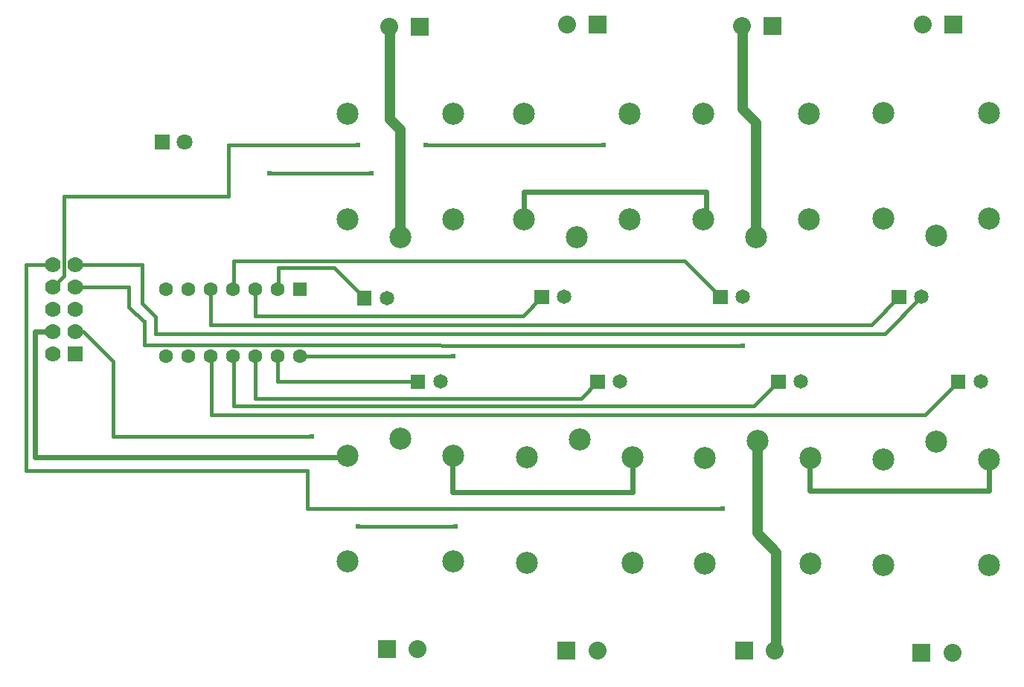
<source format=gtl>
G04 Layer: TopLayer*
G04 EasyEDA v6.5.8, 2022-08-15 07:29:34*
G04 028e3914a6f949ed9ca799ef75e4ed4f,10*
G04 Gerber Generator version 0.2*
G04 Scale: 100 percent, Rotated: No, Reflected: No *
G04 Dimensions in millimeters *
G04 leading zeros omitted , absolute positions ,4 integer and 5 decimal *
%FSLAX45Y45*%
%MOMM*%

%ADD10C,0.6100*%
%ADD11C,0.4060*%
%ADD12C,0.6096*%
%ADD13C,1.2192*%
%ADD14C,1.6510*%
%ADD15C,1.8000*%
%ADD16R,1.8000X1.8000*%
%ADD17C,2.5000*%
%ADD18R,1.6510X1.6510*%
%ADD19C,1.7780*%
%ADD20R,2.0320X2.0320*%
%ADD21C,2.0320*%
%ADD22R,1.6002X1.6002*%
%ADD23C,1.6002*%
%ADD24C,0.6200*%

%LPD*%
D10*
X11750547Y4081398D02*
G01*
X11750547Y3721100D01*
X9715500Y3721100D01*
X9715500Y4091051D01*
X9718547Y4094098D01*
D11*
X4572000Y7658100D02*
G01*
X3098800Y7658100D01*
X3098800Y7073900D01*
X1231900Y7073900D01*
X1231900Y6172200D01*
X1104900Y6045200D01*
X7366000Y7658100D02*
G01*
X5346700Y7658100D01*
X8953500Y5372100D02*
G01*
X2146300Y5384800D01*
X2146300Y5651500D01*
X2133600Y5651500D01*
X1968500Y5816600D01*
X1968500Y6045200D01*
X1358900Y6045200D01*
X5681979Y3314700D02*
G01*
X4572000Y3314700D01*
X5654547Y5257800D02*
G01*
X3911600Y5257800D01*
X3568700Y7340600D02*
G01*
X4724400Y7340600D01*
X1104900Y6299200D02*
G01*
X800100Y6299200D01*
X800100Y3949700D01*
X4000500Y3949700D01*
X4000500Y3517900D01*
X8724900Y3517900D01*
X1358900Y5537200D02*
G01*
X1447800Y5537200D01*
X1790700Y5194300D01*
X1790700Y4343400D01*
X4051300Y4343400D01*
X10985500Y5930900D02*
G01*
X10566400Y5511800D01*
X2273300Y5511800D01*
X2273300Y5702300D01*
X2120900Y5854700D01*
X2120900Y6299200D01*
X1358900Y6299200D01*
X10731500Y5930900D02*
G01*
X10414000Y5613400D01*
X2895600Y5613400D01*
X2895600Y6019800D01*
X8699500Y5930900D02*
G01*
X8293100Y6337300D01*
X3162300Y6337300D01*
X3162300Y6032500D01*
X3149600Y6019800D01*
X6667500Y5930900D02*
G01*
X6451600Y5715000D01*
X3403600Y5715000D01*
X3403600Y6019800D01*
X4648200Y5918200D02*
G01*
X4305300Y6261100D01*
X3670300Y6261100D01*
X3670300Y6032500D01*
X3657600Y6019800D01*
X7302500Y4965700D02*
G01*
X7112000Y4775200D01*
X3403600Y4775200D01*
X3403600Y5257800D01*
X9359900Y4965700D02*
G01*
X9080500Y4686300D01*
X3162300Y4686300D01*
X3162300Y5245100D01*
X3149600Y5257800D01*
X11404600Y4965700D02*
G01*
X11023600Y4584700D01*
X2908300Y4584700D01*
X2908300Y5245100D01*
X2895600Y5257800D01*
X5257800Y4965700D02*
G01*
X3657600Y4965700D01*
X3657600Y5257800D01*
D10*
X7699247Y4106798D02*
G01*
X7699247Y3708400D01*
X5651500Y3708400D01*
X5651500Y4116451D01*
X5654547Y4119498D01*
D12*
X1104900Y5537200D02*
G01*
X901700Y5537200D01*
X901700Y4102100D01*
X4437252Y4102100D01*
X4454652Y4119498D01*
D13*
X9118600Y4293996D02*
G01*
X9118600Y3238500D01*
X9334500Y3022600D01*
X9334500Y1921687D01*
X9317812Y1905000D01*
X9105900Y6615303D02*
G01*
X9105900Y7912100D01*
X8953500Y8064500D01*
X8953500Y9008287D01*
X8944787Y9017000D01*
X5054600Y6615303D02*
G01*
X5054600Y7835900D01*
X4940300Y7950200D01*
X4940300Y8995587D01*
X4931587Y9004300D01*
D12*
X6461252Y6815201D02*
G01*
X6461252Y7124700D01*
X8534400Y7124700D01*
X8534400Y6843648D01*
X8505952Y6815201D01*
G36*
X4565650Y6000750D02*
G01*
X4730750Y6000750D01*
X4730750Y5835650D01*
X4565650Y5835650D01*
G37*
D14*
G01*
X4902200Y5918200D03*
G36*
X6584950Y6013450D02*
G01*
X6750050Y6013450D01*
X6750050Y5848350D01*
X6584950Y5848350D01*
G37*
G01*
X6921500Y5930900D03*
G36*
X8616950Y6013450D02*
G01*
X8782050Y6013450D01*
X8782050Y5848350D01*
X8616950Y5848350D01*
G37*
G01*
X8953500Y5930900D03*
G36*
X10648950Y6013450D02*
G01*
X10814050Y6013450D01*
X10814050Y5848350D01*
X10648950Y5848350D01*
G37*
G01*
X10985500Y5930900D03*
G36*
X5175250Y5048250D02*
G01*
X5340350Y5048250D01*
X5340350Y4883150D01*
X5175250Y4883150D01*
G37*
G01*
X5511800Y4965700D03*
G36*
X7219950Y5048250D02*
G01*
X7385050Y5048250D01*
X7385050Y4883150D01*
X7219950Y4883150D01*
G37*
G01*
X7556500Y4965700D03*
G36*
X9277350Y5048250D02*
G01*
X9442450Y5048250D01*
X9442450Y4883150D01*
X9277350Y4883150D01*
G37*
G01*
X9613900Y4965700D03*
G36*
X11322050Y5048250D02*
G01*
X11487150Y5048250D01*
X11487150Y4883150D01*
X11322050Y4883150D01*
G37*
G01*
X11658600Y4965700D03*
D15*
G01*
X2603500Y7696200D03*
D16*
G01*
X2349500Y7696200D03*
D17*
G01*
X5054600Y6615303D03*
G01*
X5654547Y6815201D03*
G01*
X4454652Y6815201D03*
G01*
X4454652Y8015096D03*
G01*
X5654547Y8015096D03*
G01*
X7061200Y6615303D03*
G01*
X7661147Y6815201D03*
G01*
X6461252Y6815201D03*
G01*
X6461252Y8015096D03*
G01*
X7661147Y8015096D03*
G01*
X9105900Y6615303D03*
G01*
X9705847Y6815201D03*
G01*
X8505952Y6815201D03*
G01*
X8505952Y8015096D03*
G01*
X9705847Y8015096D03*
G01*
X11150600Y6628003D03*
G01*
X11750547Y6827901D03*
G01*
X10550652Y6827901D03*
G01*
X10550652Y8027796D03*
G01*
X11750547Y8027796D03*
G01*
X5054600Y4319396D03*
G01*
X4454652Y4119498D03*
G01*
X5654547Y4119498D03*
G01*
X5654547Y2919603D03*
G01*
X4454652Y2919603D03*
G01*
X7099300Y4306696D03*
G01*
X6499352Y4106798D03*
G01*
X7699247Y4106798D03*
G01*
X7699247Y2906903D03*
G01*
X6499352Y2906903D03*
G01*
X9118600Y4293996D03*
G01*
X8518652Y4094098D03*
G01*
X9718547Y4094098D03*
G01*
X9718547Y2894203D03*
G01*
X8518652Y2894203D03*
G01*
X11150600Y4281296D03*
G01*
X10550652Y4081398D03*
G01*
X11750547Y4081398D03*
G01*
X11750547Y2881503D03*
G01*
X10550652Y2881503D03*
D18*
G01*
X1358900Y5283200D03*
D19*
G01*
X1104900Y5283200D03*
G01*
X1358900Y5537200D03*
G01*
X1104900Y5537200D03*
G01*
X1358900Y5791200D03*
G01*
X1104900Y5791200D03*
G01*
X1358900Y6045200D03*
G01*
X1104900Y6045200D03*
G01*
X1358900Y6299200D03*
G01*
X1104900Y6299200D03*
D20*
G01*
X5281599Y9004300D03*
D21*
G01*
X4931587Y9004300D03*
D20*
G01*
X7300899Y9029700D03*
D21*
G01*
X6950887Y9029700D03*
D20*
G01*
X9294799Y9017000D03*
D21*
G01*
X8944787Y9017000D03*
D20*
G01*
X11352199Y9029700D03*
D21*
G01*
X11002187Y9029700D03*
G36*
X4802200Y2019300D02*
G01*
X5005400Y2019300D01*
X5005400Y1816100D01*
X4802200Y1816100D01*
G37*
G01*
X5253812Y1917700D03*
G36*
X6846900Y2006600D02*
G01*
X7050100Y2006600D01*
X7050100Y1803400D01*
X6846900Y1803400D01*
G37*
G01*
X7298512Y1905000D03*
G36*
X8866200Y2006600D02*
G01*
X9069400Y2006600D01*
X9069400Y1803400D01*
X8866200Y1803400D01*
G37*
G01*
X9317812Y1905000D03*
G36*
X10885500Y1981200D02*
G01*
X11088700Y1981200D01*
X11088700Y1778000D01*
X10885500Y1778000D01*
G37*
G01*
X11337112Y1879600D03*
D22*
G01*
X3911600Y6019800D03*
D23*
G01*
X3657600Y6019800D03*
G01*
X2895600Y6019800D03*
G01*
X2641600Y6019800D03*
G01*
X3403600Y6019800D03*
G01*
X3149600Y6019800D03*
G01*
X2387600Y6019800D03*
G01*
X2387600Y5257800D03*
G01*
X2641600Y5257800D03*
G01*
X2895600Y5257800D03*
G01*
X3149600Y5257800D03*
G01*
X3403600Y5257800D03*
G01*
X3657600Y5257800D03*
G01*
X3911600Y5257800D03*
D24*
G01*
X4051300Y4343400D03*
G01*
X8724900Y3517900D03*
G01*
X3568700Y7340600D03*
G01*
X3568700Y7340600D03*
G01*
X3568700Y7340600D03*
G01*
X4724400Y7340600D03*
G01*
X5654547Y5257800D03*
G01*
X5681979Y3314700D03*
G01*
X4572000Y3314700D03*
G01*
X8953500Y5372100D03*
G01*
X7366000Y7658100D03*
G01*
X5346700Y7658100D03*
G01*
X4572000Y7658100D03*
M02*

</source>
